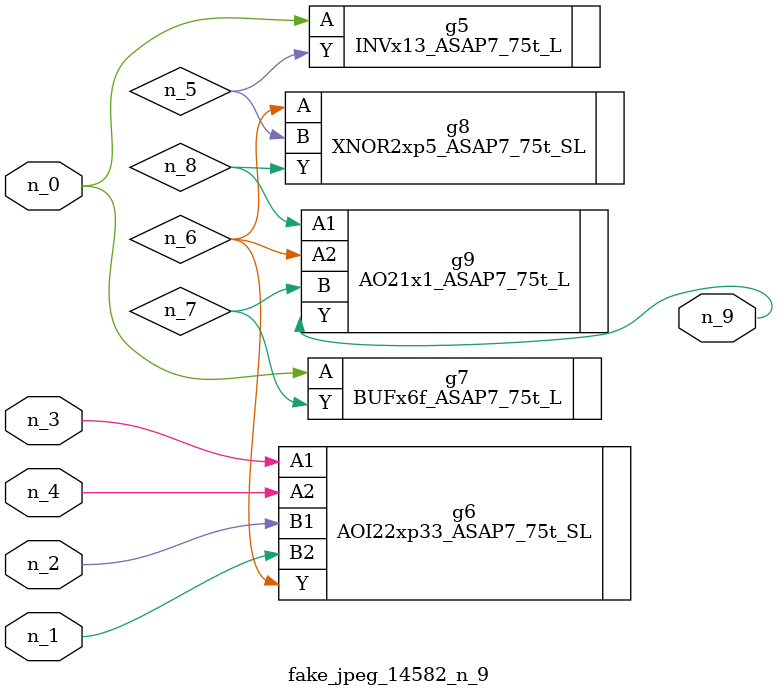
<source format=v>
module fake_jpeg_14582_n_9 (n_3, n_2, n_1, n_0, n_4, n_9);

input n_3;
input n_2;
input n_1;
input n_0;
input n_4;

output n_9;

wire n_8;
wire n_6;
wire n_5;
wire n_7;

INVx13_ASAP7_75t_L g5 ( 
.A(n_0),
.Y(n_5)
);

AOI22xp33_ASAP7_75t_SL g6 ( 
.A1(n_3),
.A2(n_4),
.B1(n_2),
.B2(n_1),
.Y(n_6)
);

BUFx6f_ASAP7_75t_L g7 ( 
.A(n_0),
.Y(n_7)
);

XNOR2xp5_ASAP7_75t_SL g8 ( 
.A(n_6),
.B(n_5),
.Y(n_8)
);

AO21x1_ASAP7_75t_L g9 ( 
.A1(n_8),
.A2(n_6),
.B(n_7),
.Y(n_9)
);


endmodule
</source>
